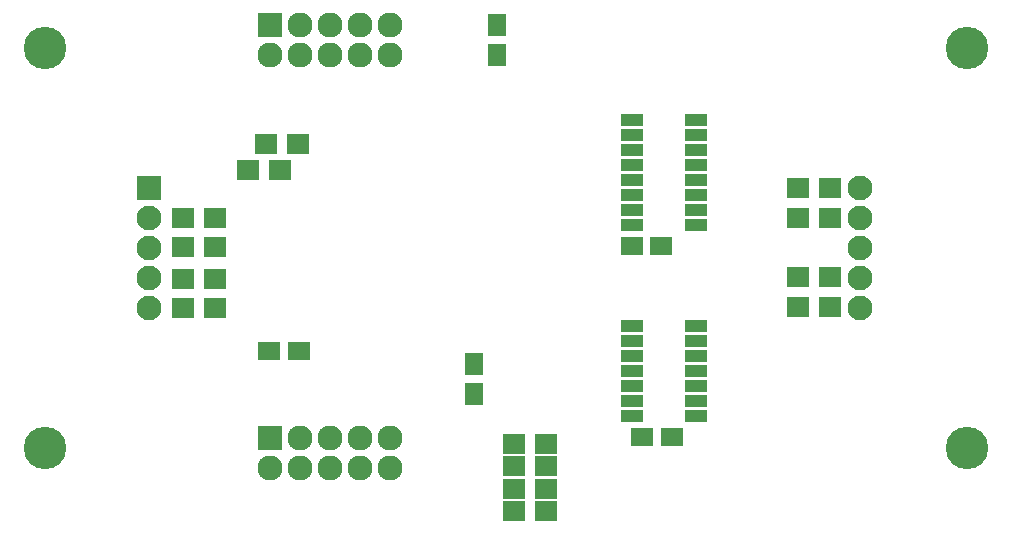
<source format=gbr>
%TF.GenerationSoftware,KiCad,Pcbnew,no-vcs-found-b05a40e~61~ubuntu16.04.1*%
%TF.CreationDate,2017-12-24T14:58:55+02:00*%
%TF.ProjectId,7-segment-block,372D7365676D656E742D626C6F636B2E,rev?*%
%TF.SameCoordinates,Original*%
%TF.FileFunction,Soldermask,Bot*%
%TF.FilePolarity,Negative*%
%FSLAX46Y46*%
G04 Gerber Fmt 4.6, Leading zero omitted, Abs format (unit mm)*
G04 Created by KiCad (PCBNEW no-vcs-found-b05a40e~61~ubuntu16.04.1) date Sun Dec 24 14:58:55 2017*
%MOMM*%
%LPD*%
G01*
G04 APERTURE LIST*
%ADD10R,1.900000X1.700000*%
%ADD11C,3.600000*%
%ADD12O,2.127200X2.127200*%
%ADD13R,2.127200X2.127200*%
%ADD14R,1.650000X1.900000*%
%ADD15R,1.900000X1.650000*%
%ADD16C,2.100000*%
%ADD17R,2.100000X2.100000*%
%ADD18R,1.900000X1.000000*%
G04 APERTURE END LIST*
D10*
%TO.C,R14*%
X139150000Y-61300000D03*
X141850000Y-61300000D03*
%TD*%
D11*
%TO.C,MK2*%
X122000000Y-51000000D03*
%TD*%
%TO.C,MK1*%
X122000000Y-84800000D03*
%TD*%
%TO.C,MK4*%
X200000000Y-84800000D03*
%TD*%
%TO.C,MK3*%
X200000000Y-51000000D03*
%TD*%
D12*
%TO.C,J1*%
X151160000Y-86540000D03*
X151160000Y-84000000D03*
X148620000Y-86540000D03*
X148620000Y-84000000D03*
X146080000Y-86540000D03*
X146080000Y-84000000D03*
X143540000Y-86540000D03*
X143540000Y-84000000D03*
X141000000Y-86540000D03*
D13*
X141000000Y-84000000D03*
%TD*%
D14*
%TO.C,C4*%
X160200000Y-49050000D03*
X160200000Y-51550000D03*
%TD*%
D15*
%TO.C,C5*%
X140950000Y-76600000D03*
X143450000Y-76600000D03*
%TD*%
D14*
%TO.C,C6*%
X158300000Y-77750000D03*
X158300000Y-80250000D03*
%TD*%
D10*
%TO.C,R13*%
X140650000Y-59100000D03*
X143350000Y-59100000D03*
%TD*%
D16*
%TO.C,AFF1*%
X190950000Y-62825000D03*
X190950000Y-65365000D03*
X190950000Y-67905000D03*
X190950000Y-70445000D03*
X190950000Y-72985000D03*
X130750000Y-72985000D03*
X130750000Y-70445000D03*
X130750000Y-67905000D03*
X130750000Y-65365000D03*
D17*
X130750000Y-62825000D03*
%TD*%
D15*
%TO.C,C2*%
X172550000Y-83900000D03*
X175050000Y-83900000D03*
%TD*%
D10*
%TO.C,R9*%
X164350000Y-90190000D03*
X161650000Y-90190000D03*
%TD*%
%TO.C,R11*%
X161650000Y-86390000D03*
X164350000Y-86390000D03*
%TD*%
%TO.C,R12*%
X164350000Y-84490000D03*
X161650000Y-84490000D03*
%TD*%
%TO.C,R10*%
X161650000Y-88290000D03*
X164350000Y-88290000D03*
%TD*%
D18*
%TO.C,U2*%
X177100000Y-82110000D03*
X177100000Y-80840000D03*
X177100000Y-79570000D03*
X177100000Y-78300000D03*
X177100000Y-77030000D03*
X177100000Y-75760000D03*
X177100000Y-74490000D03*
X171700000Y-74490000D03*
X171700000Y-75760000D03*
X171700000Y-77030000D03*
X171700000Y-78300000D03*
X171700000Y-79570000D03*
X171700000Y-80840000D03*
X171700000Y-82110000D03*
%TD*%
D15*
%TO.C,C1*%
X174150000Y-67700000D03*
X171650000Y-67700000D03*
%TD*%
D10*
%TO.C,R8*%
X188450000Y-72900000D03*
X185750000Y-72900000D03*
%TD*%
%TO.C,R5*%
X185750000Y-62800000D03*
X188450000Y-62800000D03*
%TD*%
%TO.C,R4*%
X133650000Y-65400000D03*
X136350000Y-65400000D03*
%TD*%
%TO.C,R3*%
X136350000Y-67800000D03*
X133650000Y-67800000D03*
%TD*%
%TO.C,R2*%
X133650000Y-70500000D03*
X136350000Y-70500000D03*
%TD*%
%TO.C,R1*%
X136350000Y-73000000D03*
X133650000Y-73000000D03*
%TD*%
%TO.C,R6*%
X188450000Y-65400000D03*
X185750000Y-65400000D03*
%TD*%
%TO.C,R7*%
X185750000Y-70400000D03*
X188450000Y-70400000D03*
%TD*%
D13*
%TO.C,J2*%
X141000000Y-49000000D03*
D12*
X141000000Y-51540000D03*
X143540000Y-49000000D03*
X143540000Y-51540000D03*
X146080000Y-49000000D03*
X146080000Y-51540000D03*
X148620000Y-49000000D03*
X148620000Y-51540000D03*
X151160000Y-49000000D03*
X151160000Y-51540000D03*
%TD*%
D18*
%TO.C,U1*%
X177100000Y-65945000D03*
X177100000Y-64675000D03*
X177100000Y-63405000D03*
X177100000Y-62135000D03*
X177100000Y-60865000D03*
X177100000Y-59595000D03*
X177100000Y-58325000D03*
X177100000Y-57055000D03*
X171700000Y-57055000D03*
X171700000Y-58325000D03*
X171700000Y-59595000D03*
X171700000Y-60865000D03*
X171700000Y-62135000D03*
X171700000Y-63405000D03*
X171700000Y-64675000D03*
X171700000Y-65945000D03*
%TD*%
M02*

</source>
